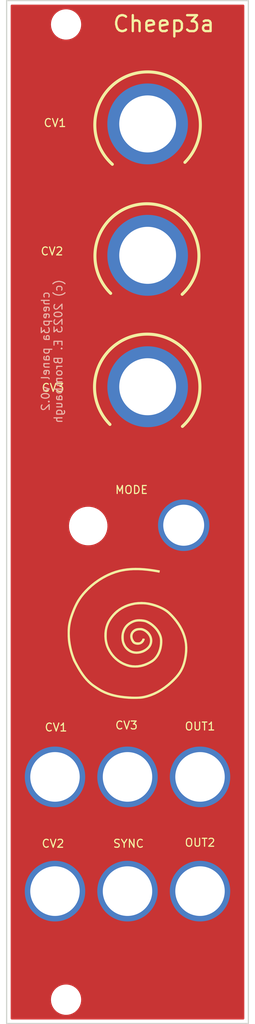
<source format=kicad_pcb>
(kicad_pcb (version 20211014) (generator pcbnew)
  (layers (0 "F.Cu" signal) (31 "B.Cu" signal) (34 "B.Paste" user) (35 "F.Paste" user) (36 "B.SilkS" user "B.Silkscreen") (37 "F.SilkS" user "F.Silkscreen") (38 "B.Mask" user) (39 "F.Mask" user) (44 "Edge.Cuts" user))
  (net 0 "")
  (net 1 "GND")
  (footprint "footprints:Mount Hole Euro Rack" (layer "F.Cu") (at 107.823 37.0332)
    (fp_text reference "H1" hide)
    (fp_text value "MountingHole")
    (pad "" np_thru_hole circle locked (at 0 0) (size 3.2 3.2) (drill 3.2) (layers *.Cu *.Mask) (clearance 0.3))
  )
  (footprint "footprints:Mount Hole TT Pot" (layer "F.Cu") (at 118.11 49.53)
    (fp_text reference "H2" hide)
    (fp_text value "MountingHole_Pad")
    (pad "1" thru_hole circle locked (at 0 0) (size 10.163 10.163) (drill 7.163) (layers *.Cu *.Mask) (net 1 "GND"))
  )
  (footprint "footprints:Mount Hole TT Pot" (layer "F.Cu") (at 118.11 66.04)
    (fp_text reference "H3" hide)
    (fp_text value "MountingHole_Pad")
    (pad "1" thru_hole circle locked (at 0 0) (size 10.163 10.163) (drill 7.163) (layers *.Cu *.Mask) (net 1 "GND"))
  )
  (footprint "footprints:Mount Hole TT Pot" (layer "F.Cu") (at 118.11 82.55)
    (fp_text reference "H4" hide)
    (fp_text value "MountingHole_Pad")
    (pad "1" thru_hole circle locked (at 0 0) (size 10.163 10.163) (drill 7.163) (layers *.Cu *.Mask) (net 1 "GND"))
  )
  (footprint "footprints:Lightpipe LPCR" (layer "F.Cu") (at 110.617 100.0506)
    (fp_text reference "H5" hide)
    (fp_text value "MountingHole")
    (pad "" np_thru_hole circle locked (at 0 0) (size 4.34 4.34) (drill 4.34) (layers *.Cu *.Mask) (clearance 0.1))
  )
  (footprint "footprints:Mount_Hole_Thonk" (layer "F.Cu") (at 106.426 131.572)
    (fp_text reference "H6" hide)
    (fp_text value "MountingHole_Pad")
    (pad "1" thru_hole circle locked (at 0 0) (size 7.62 7.62) (drill 6.233) (layers *.Cu *.Mask) (net 1 "GND"))
  )
  (footprint "footprints:Mount Hole Euro Rack" (layer "F.Cu") (at 107.823 159.5628)
    (fp_text reference "H8" hide)
    (fp_text value "MountingHole")
    (pad "" np_thru_hole circle locked (at 0 0) (size 3.2 3.2) (drill 3.2) (layers *.Cu *.Mask) (clearance 0.3))
  )
  (footprint "footprints:Mount_Hole_Thonk" (layer "F.Cu") (at 115.57 131.572)
    (fp_text reference "H14" hide)
    (fp_text value "MountingHole_Pad")
    (pad "1" thru_hole circle locked (at 0 0) (size 7.62 7.62) (drill 6.233) (layers *.Cu *.Mask) (net 1 "GND"))
  )
  (footprint "footprints:Mount_Hole_Thonk" (layer "F.Cu") (at 115.57 145.923)
    (fp_text reference "H15" hide)
    (fp_text value "MountingHole_Pad")
    (pad "1" thru_hole circle locked (at 0 0) (size 7.62 7.62) (drill 6.233) (layers *.Cu *.Mask) (net 1 "GND"))
  )
  (footprint "footprints:Mount Hole Toggle Submini" (layer "F.Cu") (at 122.6566 100.0506)
    (fp_text reference "H17" hide)
    (fp_text value "MountingHole_Pad")
    (pad "1" thru_hole circle locked (at 0 -0.1) (size 6.477 6.477) (drill 5.156) (layers *.Cu *.Mask) (net 1 "GND"))
  )
  (footprint "footprints:Mount_Hole_Thonk" (layer "F.Cu") (at 124.714 131.572)
    (fp_text reference "H18" hide)
    (fp_text value "MountingHole_Pad")
    (pad "1" thru_hole circle locked (at 0 0) (size 7.62 7.62) (drill 6.233) (layers *.Cu *.Mask) (net 1 "GND"))
  )
  (footprint "footprints:Mount_Hole_Thonk" (layer "F.Cu") (at 124.714 145.923)
    (fp_text reference "H19" hide)
    (fp_text value "MountingHole_Pad")
    (pad "1" thru_hole circle locked (at 0 0) (size 7.62 7.62) (drill 6.233) (layers *.Cu *.Mask) (net 1 "GND"))
  )
  (footprint "footprints:Mount_Hole_Thonk" (layer "F.Cu") (at 106.426 145.923)
    (fp_text reference "H7" hide)
    (fp_text value "MountingHole_Pad")
    (pad "1" thru_hole circle locked (at 0 0) (size 7.62 7.62) (drill 6.233) (layers *.Cu *.Mask) (net 1 "GND"))
  )
  (footprint "footprints:avatar" (layer "F.Cu") (at 115.758634 112.2943)
    (fp_text reference "Ref**" hide)
    (fp_text value "Val**" hide)
    (fp_poly (pts (xy 1.386381 -6.975417) (xy 1.97671 -6.936206) (xy 2.593709 -6.869012) (xy 3.239775 -6.774165) (xy 3.513667 -6.727352) (xy 3.633075 -6.706037) (xy 3.73694 -6.687274) (xy 3.818543 -6.672295) (xy 3.871166 -6.662332) (xy 3.888185 -6.658681) (xy 3.886397 -6.637112) (xy 3.876062 -6.580883) (xy 3.858454 -6.49651) (xy 3.842039 -6.42223) (xy 3.832086 -6.378043) (xy 3.561752 -6.42812) (xy 2.911862 -6.537546) (xy 2.292121 -6.61925) (xy 1.700695 -6.673246) (xy 1.135752 -6.699548) (xy 0.595458 -6.698171) (xy 0.07798 -6.669128) (xy -0.418514 -6.612435) (xy -0.895857 -6.528104) (xy -1.171446 -6.464843) (xy -1.701797 -6.311058) (xy -2.226876 -6.116898) (xy -2.743727 -5.884259) (xy -3.249394 -5.615037) (xy -3.740923 -5.311127) (xy -4.21536 -4.974424) (xy -4.669748 -4.606825) (xy -5.101133 -4.210224) (xy -5.50656 -3.786518) (xy -5.706232 -3.556) (xy -5.919818 -3.287335) (xy -6.117107 -3.010236) (xy -6.300908 -2.719515) (xy -6.474029 -2.409986) (xy -6.63928 -2.076463) (xy -6.799468 -1.713759) (xy -6.957403 -1.316688) (xy -7.040601 -1.092065) (xy -7.160209 -0.742618) (xy -7.256647 -0.415907) (xy -7.332282 -0.1009) (xy -7.389478 0.213432) (xy -7.430599 0.538119) (xy -7.455489 0.843088) (xy -7.467074 1.257508) (xy -7.451652 1.691036) (xy -7.410663 2.136833) (xy -7.345546 2.588058) (xy -7.257743 3.037872) (xy -7.148694 3.479435) (xy -7.019838 3.905908) (xy -6.872618 4.310451) (xy -6.708472 4.686224) (xy -6.602022 4.895845) (xy -6.379604 5.298865) (xy -6.166147 5.664489) (xy -5.959124 5.996068) (xy -5.756009 6.29695) (xy -5.554277 6.570486) (xy -5.3514 6.820026) (xy -5.144854 7.048918) (xy -4.932113 7.260513) (xy -4.710649 7.45816) (xy -4.602199 7.547697) (xy -4.489333 7.633945) (xy -4.34761 7.734959) (xy -4.1854 7.845357) (xy -4.011076 7.959755) (xy -3.833011 8.072768) (xy -3.659574 8.179013) (xy -3.499139 8.273105) (xy -3.360078 8.349662) (xy -3.334484 8.362951) (xy -2.985297 8.529489) (xy -2.626301 8.675444) (xy -2.253539 8.801712) (xy -1.863055 8.909195) (xy -1.450894 8.998789) (xy -1.0131 9.071395) (xy -0.545715 9.127911) (xy -0.044786 9.169235) (xy 0.297678 9.188238) (xy 0.648963 9.199587) (xy 0.967175 9.198962) (xy 1.260109 9.185435) (xy 1.535558 9.158073) (xy 1.801319 9.115947) (xy 2.065185 9.058127) (xy 2.33495 8.983681) (xy 2.529417 8.921864) (xy 3.01226 8.739791) (xy 3.484241 8.518587) (xy 3.946063 8.257791) (xy 4.398428 7.956947) (xy 4.842037 7.615593) (xy 5.277593 7.233272) (xy 5.61066 6.907887) (xy 5.874221 6.625098) (xy 6.101781 6.350178) (xy 6.297228 6.076818) (xy 6.464448 5.798708) (xy 6.60733 5.50954) (xy 6.729761 5.203005) (xy 6.808779 4.963584) (xy 6.89538 4.640841) (xy 6.965834 4.298661) (xy 7.019406 3.945566) (xy 7.055361 3.590078) (xy 7.072965 3.240717) (xy 7.071482 2.906004) (xy 7.050179 2.594461) (xy 7.027796 2.423584) (xy 6.933675 1.961466) (xy 6.798964 1.508205) (xy 6.623472 1.063431) (xy 6.407005 0.626775) (xy 6.149372 0.197867) (xy 5.85038 -0.223662) (xy 5.509836 -0.638181) (xy 5.329113 -0.837386) (xy 5.150325 -1.023313) (xy 4.98703 -1.18108) (xy 4.830967 -1.317568) (xy 4.673874 -1.439657) (xy 4.50749 -1.554228) (xy 4.352013 -1.651188) (xy 4.117595 -1.779033) (xy 3.849789 -1.90287) (xy 3.557527 -2.019723) (xy 3.249742 -2.12662) (xy 2.935367 -2.220584) (xy 2.623335 -2.298643) (xy 2.322577 -2.357822) (xy 2.155868 -2.382444) (xy 1.977113 -2.399221) (xy 1.770887 -2.408673) (xy 1.548643 -2.411038) (xy 1.321836 -2.406551) (xy 1.101918 -2.395449) (xy 0.900343 -2.37797) (xy 0.728565 -2.354349) (xy 0.719667 -2.352779) (xy 0.276481 -2.255307) (xy -0.138971 -2.126206) (xy -0.527792 -1.964841) (xy -0.891082 -1.770578) (xy -1.229942 -1.542782) (xy -1.545475 -1.280818) (xy -1.838781 -0.984053) (xy -2.013193 -0.778253) (xy -2.193969 -0.539483) (xy -2.343389 -0.312655) (xy -2.46671 -0.08846) (xy -2.56919 0.142412) (xy -2.634108 0.32126) (xy -2.689938 0.498543) (xy -2.732533 0.659423) (xy -2.76379 0.815452) (xy -2.785605 0.978182) (xy -2.799874 1.159164) (xy -2.808493 1.369949) (xy -2.808941 1.386417) (xy -2.811661 1.62558) (xy -2.805292 1.835262) (xy -2.788556 2.027588) (xy -2.760174 2.214685) (xy -2.718868 2.408677) (xy -2.688405 2.529433) (xy -2.658197 2.641159) (xy -2.631174 2.732076) (xy -2.60314 2.812927) (xy -2.569902 2.894452) (xy -2.527265 2.987393) (xy -2.471035 3.102493) (xy -2.441582 3.161576) (xy -2.241417 3.516785) (xy -2.010352 3.844827) (xy -1.750107 4.143992) (xy -1.462406 4.412571) (xy -1.148971 4.648854) (xy -0.811525 4.85113) (xy -0.665902 4.924183) (xy -0.307084 5.072934) (xy 0.053387 5.179413) (xy 0.415569 5.243618) (xy 0.779519 5.265549) (xy 1.145294 5.245203) (xy 1.512953 5.182579) (xy 1.882552 5.077677) (xy 2.254148 4.930494) (xy 2.417189 4.852894) (xy 2.668232 4.717544) (xy 2.880178 4.581744) (xy 3.056227 4.443288) (xy 3.165877 4.337184) (xy 3.366243 4.093097) (xy 3.537455 3.820953) (xy 3.678213 3.524576) (xy 3.787215 3.207787) (xy 3.863161 2.874412) (xy 3.904749 2.528273) (xy 3.910679 2.173193) (xy 3.909844 2.150999) (xy 3.898252 1.975525) (xy 3.87676 1.823542) (xy 3.841843 1.681592) (xy 3.789975 1.53622) (xy 3.717628 1.373969) (xy 3.692845 1.322917) (xy 3.568175 1.097581) (xy 3.421049 0.885705) (xy 3.244797 0.678431) (xy 3.08678 0.518065) (xy 2.818731 0.284434) (xy 2.5394 0.089121) (xy 2.25548 -0.065845) (xy 2.159186 -0.110374) (xy 2.078558 -0.142844) (xy 2.000534 -0.167044) (xy 1.912048 -0.186761) (xy 1.800039 -0.205781) (xy 1.742849 -0.214472) (xy 1.454467 -0.24631) (xy 1.192183 -0.250274) (xy 0.949021 -0.224919) (xy 0.718006 -0.168798) (xy 0.492165 -0.080465) (xy 0.264522 0.041525) (xy 0.146457 0.116518) (xy -0.065198 0.280075) (xy -0.245635 0.46893) (xy -0.39634 0.685235) (xy -0.5188 0.931141) (xy -0.614502 1.208801) (xy -0.618889 1.224568) (xy -0.636647 1.296441) (xy -0.649121 1.368229) (xy -0.657158 1.44966) (xy -0.661608 1.550462) (xy -0.663318 1.680364) (xy -0.663426 1.735667) (xy -0.6604 1.919719) (xy -0.649627 2.073299) (xy -0.628565 2.207948) (xy -0.594669 2.335204) (xy -0.545396 2.466609) (xy -0.478205 2.613703) (xy -0.463145 2.644494) (xy -0.407613 2.752023) (xy -0.356073 2.836903) (xy -0.298377 2.913221) (xy -0.224371 2.995061) (xy -0.171824 3.048753) (xy 0.0056 3.209358) (xy 0.18402 3.332669) (xy 0.37199 3.423046) (xy 0.578063 3.484849) (xy 0.740834 3.51388) (xy 0.974892 3.527008) (xy 1.216294 3.50565) (xy 1.458429 3.452591) (xy 1.694687 3.370614) (xy 1.918457 3.262506) (xy 2.123127 3.131051) (xy 2.302087 2.979034) (xy 2.448726 2.80924) (xy 2.463604 2.78814) (xy 2.564888 2.604248) (xy 2.628378 2.403101) (xy 2.652801 2.188854) (xy 2.653038 2.169584) (xy 2.636941 1.955519) (xy 2.585534 1.756281) (xy 2.496954 1.56767) (xy 2.36934 1.385485) (xy 2.244268 1.247904) (xy 2.058873 1.086745) (xy 1.865615 0.967107) (xy 1.663947 0.888813) (xy 1.453324 0.851687) (xy 1.233196 0.855553) (xy 1.094956 0.877767) (xy 0.906968 0.935824) (xy 0.748517 1.021803) (xy 0.62098 1.132015) (xy 0.525734 1.262774) (xy 0.464155 1.410391) (xy 0.437621 1.571178) (xy 0.447508 1.741448) (xy 0.495194 1.917514) (xy 0.582055 2.095687) (xy 0.618752 2.15314) (xy 0.692676 2.247313) (xy 0.771712 2.312937) (xy 0.864988 2.354232) (xy 0.98163 2.375415) (xy 1.11125 2.38077) (xy 1.213095 2.378807) (xy 1.285818 2.371236) (xy 1.34249 2.355875) (xy 1.389131 2.334358) (xy 1.480566 2.27007) (xy 1.567398 2.182105) (xy 1.638096 2.084027) (xy 1.680492 1.99159) (xy 1.700299 1.932891) (xy 1.720949 1.904916) (xy 1.753247 1.897243) (xy 1.777747 1.897793) (xy 1.849712 1.904468) (xy 1.919343 1.914892) (xy 1.967669 1.927182) (xy 1.98433 1.948097) (xy 1.979639 1.99175) (xy 1.978745 1.996183) (xy 1.962609 2.051042) (xy 1.934348 2.126309) (xy 1.904849 2.194999) (xy 1.813213 2.346058) (xy 1.691011 2.472208) (xy 1.543792 2.570627) (xy 1.377105 2.638492) (xy 1.196498 2.672983) (xy 1.007521 2.671276) (xy 0.976086 2.667343) (xy 0.792571 2.628097) (xy 0.637663 2.567299) (xy 0.51539 2.486769) (xy 0.465478 2.437039) (xy 0.34461 2.268492) (xy 0.250853 2.080639) (xy 0.186707 1.882078) (xy 0.154667 1.681403) (xy 0.157231 1.487211) (xy 0.168337 1.414127) (xy 0.216275 1.243146) (xy 0.291645 1.093073) (xy 0.400714 0.952361) (xy 0.442893 0.90829) (xy 0.588763 0.783058) (xy 0.747836 0.688802) (xy 0.925645 0.623519) (xy 1.127725 0.585207) (xy 1.359611 0.571862) (xy 1.372711 0.571813) (xy 1.487951 0.573103) (xy 1.57607 0.578782) (xy 1.652224 0.591041) (xy 1.731568 0.612071) (xy 1.797082 0.633171) (xy 2.034714 0.733452) (xy 2.251379 0.866128) (xy 2.443997 1.027302) (xy 2.609488 1.213075) (xy 2.744775 1.419548) (xy 2.846777 1.642822) (xy 2.912415 1.878999) (xy 2.936759 2.076154) (xy 2.933758 2.294272) (xy 2.898064 2.501602) (xy 2.827243 2.710021) (xy 2.789653 2.794) (xy 2.691914 2.958394) (xy 2.55835 3.120958) (xy 2.395324 3.276354) (xy 2.209198 3.419243) (xy 2.006335 3.544287) (xy 1.793098 3.646148) (xy 1.756838 3.660557) (xy 1.486508 3.744972) (xy 1.207744 3.794657) (xy 0.92794 3.80929) (xy 0.654486 3.788549) (xy 0.394776 3.732113) (xy 0.359834 3.721313) (xy 0.111777 3.620246) (xy -0.114519 3.485238) (xy -0.31752 3.319538) (xy -0.495688 3.126395) (xy -0.647488 2.909059) (xy -0.771384 2.670779) (xy -0.86584 2.414803) (xy -0.92932 2.144381) (xy -0.960287 1.862762) (xy -0.957206 1.573196) (xy -0.918541 1.278931) (xy -0.878014 1.102927) (xy -0.779993 0.811724) (xy -0.648937 0.546599) (xy -0.484468 0.30711) (xy -0.286206 0.092815) (xy -0.053774 -0.096729) (xy 0.213206 -0.261962) (xy 0.348781 -0.330429) (xy 0.571813 -0.421735) (xy 0.800758 -0.486006) (xy 1.041258 -0.523774) (xy 1.298953 -0.535571) (xy 1.579484 -0.521928) (xy 1.888492 -0.483379) (xy 1.919087 -0.478513) (xy 2.146092 -0.423163) (xy 2.381113 -0.331302) (xy 2.619387 -0.206776) (xy 2.856155 -0.053432) (xy 3.086656 0.124881) (xy 3.30613 0.324316) (xy 3.509817 0.541026) (xy 3.692955 0.771163) (xy 3.850784 1.01088) (xy 3.922763 1.14092) (xy 4.029829 1.368756) (xy 4.110327 1.589923) (xy 4.165409 1.812129) (xy 4.19623 2.043081) (xy 4.203942 2.290488) (xy 4.1897 2.562056) (xy 4.167011 2.772834) (xy 4.103093 3.133069) (xy 4.005438 3.474338) (xy 3.875372 3.794201) (xy 3.714217 4.090218) (xy 3.523296 4.35995) (xy 3.303932 4.600957) (xy 3.064344 4.805644) (xy 2.965036 4.873356) (xy 2.835812 4.951304) (xy 2.686243 5.034462) (xy 2.525899 5.117802) (xy 2.36435 5.196297) (xy 2.211165 5.264921) (xy 2.117095 5.303213) (xy 1.785175 5.413501) (xy 1.447695 5.489039) (xy 1.097343 5.531008) (xy 0.726806 5.540587) (xy 0.656167 5.538924) (xy 0.435138 5.528211) (xy 0.242591 5.509226) (xy 0.06509 5.479621) (xy -0.110801 5.437045) (xy -0.298517 5.379149) (xy -0.342023 5.364369) (xy -0.733419 5.207908) (xy -1.100978 5.016701) (xy -1.443661 4.791672) (xy -1.760431 4.533743) (xy -2.05025 4.243839) (xy -2.312078 3.922884) (xy -2.54488 3.571799) (xy -2.719799 3.249084) (xy -2.833278 2.998251) (xy -2.923556 2.751366) (xy -2.994057 2.496483) (xy -3.048207 2.221656) (xy -3.080826 1.989667) (xy -3.108322 1.599567) (xy -3.098178 1.206795) (xy -3.051348 0.817475) (xy -2.968785 0.43773) (xy -2.851445 0.073683) (xy -2.74229 -0.183046) (xy -2.614264 -0.42279) (xy -2.454704 -0.671887) (xy -2.27041 -0.921727) (xy -2.068182 -1.163698) (xy -1.854818 -1.38919) (xy -1.637119 -1.589592) (xy -1.620593 -1.60355) (xy -1.283454 -1.859141) (xy -0.921138 -2.082611) (xy -0.536921 -2.273181) (xy -0.134081 -2.430075) (xy 0.284106 -2.552516) (xy 0.714364 -2.639726) (xy 1.153416 -2.69093) (xy 1.597987 -2.705349) (xy 2.044798 -2.682207) (xy 2.490575 -2.620727) (xy 2.589025 -2.601809) (xy 2.943579 -2.519177) (xy 3.297974 -2.415669) (xy 3.645509 -2.294088) (xy 3.979485 -2.157238) (xy 4.293204 -2.007921) (xy 4.579964 -1.848942) (xy 4.833068 -1.683102) (xy 4.896114 -1.636489) (xy 5.083422 -1.48287) (xy 5.284838 -1.297151) (xy 5.494983 -1.084817) (xy 5.708481 -0.851349) (xy 5.919955 -0.602233) (xy 5.9661 -0.54534) (xy 6.285713 -0.119406) (xy 6.563412 0.311876) (xy 6.799367 0.74925) (xy 6.993746 1.193459) (xy 7.14672 1.645247) (xy 7.258456 2.105359) (xy 7.329124 2.574537) (xy 7.358893 3.053527) (xy 7.347932 3.543071) (xy 7.296409 4.043914) (xy 7.204495 4.556799) (xy 7.164865 4.73075) (xy 7.06677 5.091712) (xy 6.949811 5.429909) (xy 6.811129 5.749974) (xy 6.647869 6.056537) (xy 6.457172 6.354228) (xy 6.236182 6.647679) (xy 5.982041 6.941521) (xy 5.691892 7.240384) (xy 5.508098 7.415878) (xy 5.073951 7.79745) (xy 4.630164 8.142512) (xy 4.178356 8.450127) (xy 3.720149 8.719359) (xy 3.257165 8.949272) (xy 2.791023 9.138928) (xy 2.323347 9.287392) (xy 2.2225 9.313904) (xy 2.044022 9.357473) (xy 1.884327 9.392234) (xy 1.734586 9.419209) (xy 1.585971 9.439416) (xy 1.429651 9.453876) (xy 1.2568 9.463606) (xy 1.058588 9.469627) (xy 0.846667 9.472762) (xy 0.674179 9.473718) (xy 0.500448 9.473319) (xy 0.334378 9.471685) (xy 0.184872 9.468936) (xy 0.060835 9.465192) (xy -0.021166 9.461102) (xy -0.616506 9.408955) (xy -1.177228 9.334015) (xy -1.704602 9.235946) (xy -2.199896 9.114411) (xy -2.66438 8.969074) (xy -3.09932 8.7996) (xy -3.505988 8.605652) (xy -3.739172 8.476087) (xy -3.882451 8.389069) (xy -4.042704 8.28693) (xy -4.212048 8.175099) (xy -4.382599 8.059002) (xy -4.546474 7.944068) (xy -4.695789 7.835723) (xy -4.822662 7.739396) (xy -4.900083 7.676841) (xy -5.185082 7.418986) (xy -5.460801 7.132108) (xy -5.729532 6.813371) (xy -5.993567 6.459939) (xy -6.255198 6.068975) (xy -6.433937 5.7785) (xy -6.504733 5.657985) (xy -6.582359 5.522849) (xy -6.663632 5.378928) (xy -6.745368 5.232053) (xy -6.824385 5.088058) (xy -6.897501 4.952776) (xy -6.961533 4.832042) (xy -7.013298 4.731687) (xy -7.049614 4.657547) (xy -7.065315 4.621271) (xy -7.150689 4.388135) (xy -7.22265 4.186736) (xy -7.28361 4.009544) (xy -7.335977 3.84903) (xy -7.382163 3.697666) (xy -7.424575 3.547923) (xy -7.465625 3.39227) (xy -7.490974 3.291417) (xy -7.562195 2.989514) (xy -7.61919 2.712973) (xy -7.663249 2.451044) (xy -7.695661 2.192982) (xy -7.717717 1.928037) (xy -7.730706 1.645463) (xy -7.73592 1.334511) (xy -7.736161 1.248834) (xy -7.735117 1.009141) (xy -7.731278 0.80337) (xy -7.723896 0.623159) (xy -7.71222 0.460146) (xy -7.695501 0.305968) (xy -7.672989 0.152263) (xy -7.643935 -0.00933) (xy -7.607588 -0.187174) (xy -7.607282 -0.188607) (xy -7.53032 -0.503938) (xy -7.430006 -0.843085) (xy -7.309919 -1.197201) (xy -7.173636 -1.557436) (xy -7.024734 -1.914942) (xy -6.866792 -2.260873) (xy -6.703386 -2.586378) (xy -6.538094 -2.882611) (xy -6.477935 -2.981802) (xy -6.21007 -3.378651) (xy -5.903847 -3.770788) (xy -5.56323 -4.154422) (xy -5.192185 -4.52576) (xy -4.794677 -4.88101) (xy -4.374672 -5.216379) (xy -3.936133 -5.528075) (xy -3.577166 -5.756305) (xy -3.121756 -6.014965) (xy -2.663637 -6.242362) (xy -2.200413 -6.438823) (xy -1.729687 -6.604677) (xy -1.249064 -6.740251) (xy -0.756147 -6.845874) (xy -0.24854 -6.921874) (xy 0.276153 -6.968579) (xy 0.820328 -6.986317) (xy 1.386381 -6.975417)) (layer "F.SilkS") (width 0.01) (fill solid))
  )
  (gr_arc (start 113.658628 54.602652) (mid 117.924302 42.996978) (end 122.809 54.356) (layer "F.SilkS") (width 0.381))
  (gr_arc (start 113.448265 70.817588) (mid 118.11 59.563) (end 122.461933 70.94097) (layer "F.SilkS") (width 0.381))
  (gr_arc (start 113.358247 87.287958) (mid 118.237 75.946) (end 122.495254 87.535198) (layer "F.SilkS") (width 0.381))
  (gr_line (start 100.33 34.036) (end 100.33 162.56) (layer "Edge.Cuts") (width 0.15))
  (gr_line (start 130.81 34.036) (end 100.33 34.036) (layer "Edge.Cuts") (width 0.15))
  (gr_line (start 100.33 162.56) (end 130.81 162.56) (layer "Edge.Cuts") (width 0.15))
  (gr_line (start 130.81 162.56) (end 130.81 34.036) (layer "Edge.Cuts") (width 0.15))
  (gr_text "cheep3a panel v0.2\n(c) 2023 E. Brombaugh" (at 106.045 78.105 90) (layer "B.SilkS") (effects (font (size 1 1)) (justify mirror)))
  (gr_text "CV3\n" (at 106.172 82.677) (layer "F.SilkS") (effects (font (size 1 1))))
  (gr_text "CV2\n" (at 106.045 65.532) (layer "F.SilkS") (effects (font (size 1 1))))
  (gr_text "CV1" (at 106.553 125.349) (layer "F.SilkS") (effects (font (size 1 1))))
  (gr_text "CV2" (at 106.172 139.954) (layer "F.SilkS") (effects (font (size 1 1))))
  (gr_text "CV3" (at 115.443 125.095) (layer "F.SilkS") (effects (font (size 1 1))))
  (gr_text "OUT1" (at 124.714 125.222) (layer "F.SilkS") (effects (font (size 1 1))))
  (gr_text "SYNC" (at 115.697 139.954) (layer "F.SilkS") (effects (font (size 1 1))))
  (gr_text "OUT2" (at 124.714 139.827) (layer "F.SilkS") (effects (font (size 1 1))))
  (gr_text "MODE" (at 116.078 95.504) (layer "F.SilkS") (effects (font (size 1 1))))
  (gr_text "Cheep3a" (at 120.142 36.957) (layer "F.SilkS") (effects (font (size 2 2) (thickness 0.3))))
  (gr_text "CV1" (at 106.426 49.403) (layer "F.SilkS") (effects (font (size 1 1))))
  (zone (net 1) (net_name "GND") (layer "F.Cu") (connect_pads yes (clearance 0.508)) (min_thickness 0.254) (fill yes (thermal_gap 0.508) (thermal_bridge_width 0.508))
    (polygon (pts (xy 130.522782 162.334746) (xy 100.711 162.304445) (xy 100.711 34.415445) (xy 130.395782 34.445746)))
  )
)
</source>
